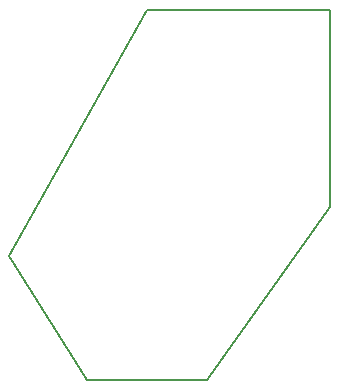
<source format=gbr>
%TF.GenerationSoftware,KiCad,Pcbnew,5.1.12-84ad8e8a86~92~ubuntu20.04.1*%
%TF.CreationDate,2021-12-06T23:40:28-06:00*%
%TF.ProjectId,portboard_dt,706f7274-626f-4617-9264-5f64742e6b69,rev?*%
%TF.SameCoordinates,Original*%
%TF.FileFunction,Profile,NP*%
%FSLAX46Y46*%
G04 Gerber Fmt 4.6, Leading zero omitted, Abs format (unit mm)*
G04 Created by KiCad (PCBNEW 5.1.12-84ad8e8a86~92~ubuntu20.04.1) date 2021-12-06 23:40:28*
%MOMM*%
%LPD*%
G01*
G04 APERTURE LIST*
%TA.AperFunction,Profile*%
%ADD10C,0.200000*%
%TD*%
G04 APERTURE END LIST*
D10*
X96857920Y-87941400D02*
X108477920Y-67101400D01*
X103475810Y-98451410D02*
X96857920Y-87941400D01*
X113625800Y-98451410D02*
X103475810Y-98451410D01*
X124027900Y-83761400D02*
X113625800Y-98451410D01*
X124027900Y-67101400D02*
X124027900Y-83761400D01*
X108477920Y-67101400D02*
X124027900Y-67101400D01*
M02*

</source>
